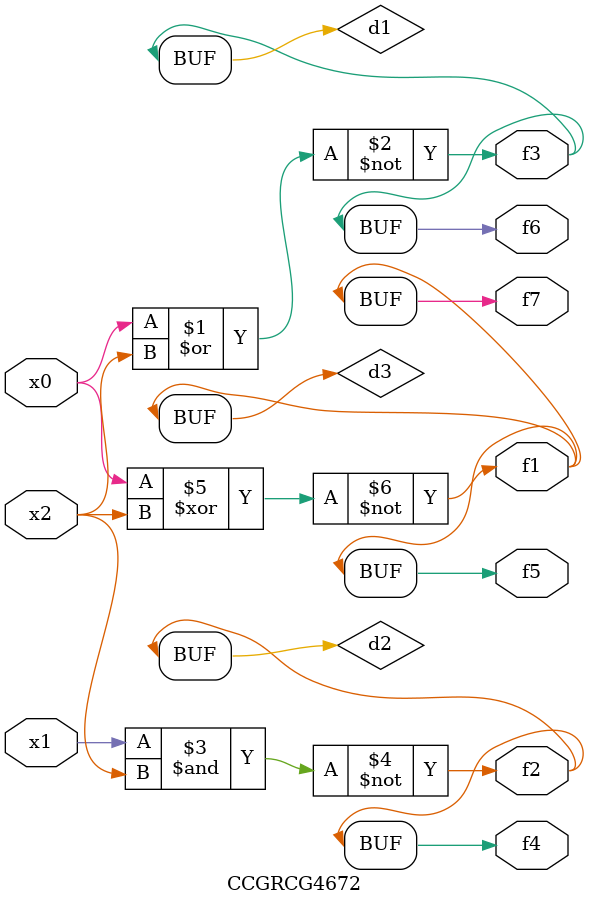
<source format=v>
module CCGRCG4672(
	input x0, x1, x2,
	output f1, f2, f3, f4, f5, f6, f7
);

	wire d1, d2, d3;

	nor (d1, x0, x2);
	nand (d2, x1, x2);
	xnor (d3, x0, x2);
	assign f1 = d3;
	assign f2 = d2;
	assign f3 = d1;
	assign f4 = d2;
	assign f5 = d3;
	assign f6 = d1;
	assign f7 = d3;
endmodule

</source>
